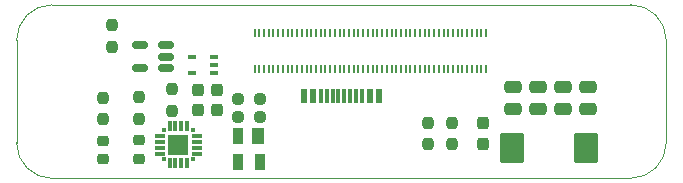
<source format=gtp>
G04 #@! TF.GenerationSoftware,KiCad,Pcbnew,(6.0.0)*
G04 #@! TF.CreationDate,2022-12-24T23:31:17+01:00*
G04 #@! TF.ProjectId,MinCab,4d696e43-6162-42e6-9b69-6361645f7063,rev?*
G04 #@! TF.SameCoordinates,Original*
G04 #@! TF.FileFunction,Paste,Top*
G04 #@! TF.FilePolarity,Positive*
%FSLAX46Y46*%
G04 Gerber Fmt 4.6, Leading zero omitted, Abs format (unit mm)*
G04 Created by KiCad (PCBNEW (6.0.0)) date 2022-12-24 23:31:17*
%MOMM*%
%LPD*%
G01*
G04 APERTURE LIST*
G04 Aperture macros list*
%AMRoundRect*
0 Rectangle with rounded corners*
0 $1 Rounding radius*
0 $2 $3 $4 $5 $6 $7 $8 $9 X,Y pos of 4 corners*
0 Add a 4 corners polygon primitive as box body*
4,1,4,$2,$3,$4,$5,$6,$7,$8,$9,$2,$3,0*
0 Add four circle primitives for the rounded corners*
1,1,$1+$1,$2,$3*
1,1,$1+$1,$4,$5*
1,1,$1+$1,$6,$7*
1,1,$1+$1,$8,$9*
0 Add four rect primitives between the rounded corners*
20,1,$1+$1,$2,$3,$4,$5,0*
20,1,$1+$1,$4,$5,$6,$7,0*
20,1,$1+$1,$6,$7,$8,$9,0*
20,1,$1+$1,$8,$9,$2,$3,0*%
G04 Aperture macros list end*
G04 #@! TA.AperFunction,Profile*
%ADD10C,0.050000*%
G04 #@! TD*
%ADD11RoundRect,0.250000X0.475000X-0.250000X0.475000X0.250000X-0.475000X0.250000X-0.475000X-0.250000X0*%
%ADD12RoundRect,0.237500X-0.237500X0.250000X-0.237500X-0.250000X0.237500X-0.250000X0.237500X0.250000X0*%
%ADD13RoundRect,0.237500X-0.250000X-0.237500X0.250000X-0.237500X0.250000X0.237500X-0.250000X0.237500X0*%
%ADD14RoundRect,0.150000X0.512500X0.150000X-0.512500X0.150000X-0.512500X-0.150000X0.512500X-0.150000X0*%
%ADD15R,0.200000X0.700000*%
%ADD16R,1.100000X1.400000*%
%ADD17R,0.900000X1.400000*%
%ADD18RoundRect,0.237500X0.237500X-0.250000X0.237500X0.250000X-0.237500X0.250000X-0.237500X-0.250000X0*%
%ADD19RoundRect,0.237500X-0.237500X0.300000X-0.237500X-0.300000X0.237500X-0.300000X0.237500X0.300000X0*%
%ADD20R,0.650000X0.400000*%
%ADD21RoundRect,0.218750X-0.256250X0.218750X-0.256250X-0.218750X0.256250X-0.218750X0.256250X0.218750X0*%
%ADD22R,0.300000X0.300000*%
%ADD23R,0.900000X0.300000*%
%ADD24R,0.300000X0.900000*%
%ADD25R,1.800000X1.800000*%
%ADD26R,0.600000X1.150000*%
%ADD27R,0.300000X1.150000*%
%ADD28RoundRect,0.237500X0.250000X0.237500X-0.250000X0.237500X-0.250000X-0.237500X0.250000X-0.237500X0*%
%ADD29RoundRect,0.250000X-0.787500X-1.025000X0.787500X-1.025000X0.787500X1.025000X-0.787500X1.025000X0*%
G04 APERTURE END LIST*
D10*
X117300000Y-91200000D02*
G75*
G03*
X120300000Y-94200000I3000001J1D01*
G01*
X172300000Y-82500000D02*
X172300000Y-91200000D01*
X169300000Y-94200000D02*
X120300000Y-94200000D01*
X172300000Y-82500000D02*
G75*
G03*
X169300000Y-79500000I-3000001J-1D01*
G01*
X169300000Y-94200000D02*
G75*
G03*
X172300000Y-91200000I-1J3000001D01*
G01*
X120300000Y-79500000D02*
X169300000Y-79500000D01*
X120300000Y-79500000D02*
G75*
G03*
X117300000Y-82500000I1J-3000001D01*
G01*
X117300000Y-82500000D02*
X117300000Y-91200000D01*
D11*
X159350000Y-88350000D03*
X159350000Y-86450000D03*
X161450000Y-88350000D03*
X161450000Y-86450000D03*
D12*
X130500000Y-86637500D03*
X130500000Y-88462500D03*
D13*
X136087500Y-87500000D03*
X137912500Y-87500000D03*
D14*
X129987500Y-84850000D03*
X129987500Y-83900000D03*
X129987500Y-82950000D03*
X127712500Y-82950000D03*
X127712500Y-84850000D03*
D15*
X137450000Y-84950000D03*
X137450000Y-81870000D03*
X137850000Y-84950000D03*
X137850000Y-81870000D03*
X138250000Y-84950000D03*
X138250000Y-81870000D03*
X138650000Y-84950000D03*
X138650000Y-81870000D03*
X139050000Y-84950000D03*
X139050000Y-81870000D03*
X139450000Y-84950000D03*
X139450000Y-81870000D03*
X139850000Y-84950000D03*
X139850000Y-81870000D03*
X140250000Y-84950000D03*
X140250000Y-81870000D03*
X140650000Y-84950000D03*
X140650000Y-81870000D03*
X141050000Y-84950000D03*
X141050000Y-81870000D03*
X141450000Y-84950000D03*
X141450000Y-81870000D03*
X141850000Y-84950000D03*
X141850000Y-81870000D03*
X142250000Y-84950000D03*
X142250000Y-81870000D03*
X142650000Y-84950000D03*
X142650000Y-81870000D03*
X143050000Y-84950000D03*
X143050000Y-81870000D03*
X143450000Y-84950000D03*
X143450000Y-81870000D03*
X143850000Y-84950000D03*
X143850000Y-81870000D03*
X144250000Y-84950000D03*
X144250000Y-81870000D03*
X144650000Y-84950000D03*
X144650000Y-81870000D03*
X145050000Y-84950000D03*
X145050000Y-81870000D03*
X145450000Y-84950000D03*
X145450000Y-81870000D03*
X145850000Y-84950000D03*
X145850000Y-81870000D03*
X146250000Y-84950000D03*
X146250000Y-81870000D03*
X146650000Y-84950000D03*
X146650000Y-81870000D03*
X147050000Y-84950000D03*
X147050000Y-81870000D03*
X147450000Y-84950000D03*
X147450000Y-81870000D03*
X147850000Y-84950000D03*
X147850000Y-81870000D03*
X148250000Y-84950000D03*
X148250000Y-81870000D03*
X148650000Y-84950000D03*
X148650000Y-81870000D03*
X149050000Y-84950000D03*
X149050000Y-81870000D03*
X149450000Y-84950000D03*
X149450000Y-81870000D03*
X149850000Y-84950000D03*
X149850000Y-81870000D03*
X150250000Y-84950000D03*
X150250000Y-81870000D03*
X150650000Y-84950000D03*
X150650000Y-81870000D03*
X151050000Y-84950000D03*
X151050000Y-81870000D03*
X151450000Y-84950000D03*
X151450000Y-81870000D03*
X151850000Y-84950000D03*
X151850000Y-81870000D03*
X152250000Y-84950000D03*
X152250000Y-81870000D03*
X152650000Y-84950000D03*
X152650000Y-81870000D03*
X153050000Y-84950000D03*
X153050000Y-81870000D03*
X153450000Y-84950000D03*
X153450000Y-81870000D03*
X153850000Y-84950000D03*
X153850000Y-81870000D03*
X154250000Y-84950000D03*
X154250000Y-81870000D03*
X154650000Y-84950000D03*
X154650000Y-81870000D03*
X155050000Y-84950000D03*
X155050000Y-81870000D03*
X155450000Y-84950000D03*
X155450000Y-81870000D03*
X155850000Y-84950000D03*
X155850000Y-81870000D03*
X156250000Y-84950000D03*
X156250000Y-81870000D03*
X156650000Y-84950000D03*
X156650000Y-81870000D03*
X157050000Y-84950000D03*
X157050000Y-81870000D03*
D16*
X137750000Y-90650000D03*
D17*
X136050000Y-90650000D03*
X136050000Y-92850000D03*
X137950000Y-92850000D03*
D18*
X154200000Y-91312500D03*
X154200000Y-89487500D03*
D19*
X132650000Y-86687500D03*
X132650000Y-88412500D03*
D12*
X125400000Y-81237500D03*
X125400000Y-83062500D03*
D18*
X124600000Y-89200000D03*
X124600000Y-87375000D03*
D20*
X134050000Y-85250000D03*
X134050000Y-84600000D03*
X134050000Y-83950000D03*
X132150000Y-83950000D03*
X132150000Y-85250000D03*
D18*
X127650000Y-89162500D03*
X127650000Y-87337500D03*
D21*
X124600000Y-91000000D03*
X124600000Y-92575000D03*
D11*
X165650000Y-88350000D03*
X165650000Y-86450000D03*
X163550000Y-88350000D03*
X163550000Y-86450000D03*
D22*
X132250000Y-92600000D03*
D23*
X132550000Y-92100000D03*
X132550000Y-91600000D03*
X132550000Y-91100000D03*
X132550000Y-90600000D03*
D22*
X132250000Y-90100000D03*
D24*
X131750000Y-89800000D03*
X131250000Y-89800000D03*
X130750000Y-89800000D03*
X130250000Y-89800000D03*
D22*
X129750000Y-90100000D03*
D23*
X129450000Y-90600000D03*
X129450000Y-91100000D03*
X129450000Y-91600000D03*
X129450000Y-92100000D03*
D22*
X129750000Y-92600000D03*
D24*
X130250000Y-92900000D03*
X130750000Y-92900000D03*
X131250000Y-92900000D03*
X131750000Y-92900000D03*
D25*
X131000000Y-91350000D03*
D12*
X152150000Y-89487500D03*
X152150000Y-91312500D03*
D26*
X141600000Y-87245000D03*
X142400000Y-87245000D03*
D27*
X143550000Y-87245000D03*
X144550000Y-87245000D03*
X145050000Y-87245000D03*
X146050000Y-87245000D03*
D26*
X148000000Y-87245000D03*
X147200000Y-87245000D03*
D27*
X146550000Y-87245000D03*
X145550000Y-87245000D03*
X144050000Y-87245000D03*
X143050000Y-87245000D03*
D19*
X134300000Y-86687500D03*
X134300000Y-88412500D03*
D28*
X137912500Y-89000000D03*
X136087500Y-89000000D03*
D19*
X156800000Y-89550000D03*
X156800000Y-91275000D03*
D29*
X159287500Y-91600000D03*
X165512500Y-91600000D03*
D21*
X127650000Y-90962500D03*
X127650000Y-92537500D03*
M02*

</source>
